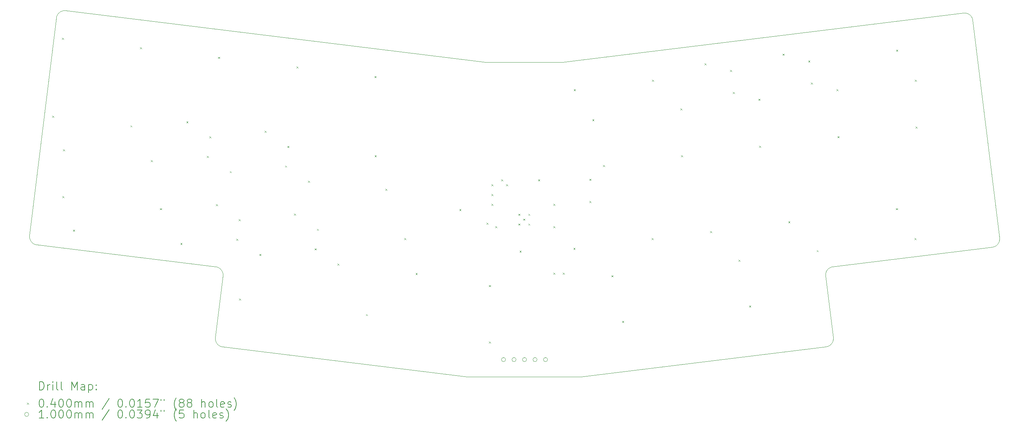
<source format=gbr>
%TF.GenerationSoftware,KiCad,Pcbnew,7.0.6*%
%TF.CreationDate,2024-02-12T15:49:10-05:00*%
%TF.ProjectId,lalettre2040-tripple-stagger-hotswap-pcb,6c616c65-7474-4726-9532-3034302d7472,rev?*%
%TF.SameCoordinates,PX1ea85bbPY7e0978f*%
%TF.FileFunction,Drillmap*%
%TF.FilePolarity,Positive*%
%FSLAX45Y45*%
G04 Gerber Fmt 4.5, Leading zero omitted, Abs format (unit mm)*
G04 Created by KiCad (PCBNEW 7.0.6) date 2024-02-12 15:49:10*
%MOMM*%
%LPD*%
G01*
G04 APERTURE LIST*
%ADD10C,0.090000*%
%ADD11C,0.200000*%
%ADD12C,0.040000*%
%ADD13C,0.100000*%
G04 APERTURE END LIST*
D10*
X4541222Y855451D02*
X4724636Y2349233D01*
X694117Y8602037D02*
X695630Y8612220D01*
X697634Y8622207D01*
X700116Y8631987D01*
X703062Y8641548D01*
X706458Y8650880D01*
X710290Y8659972D01*
X714543Y8668812D01*
X719204Y8677390D01*
X724259Y8685695D01*
X729694Y8693716D01*
X735495Y8701442D01*
X741647Y8708863D01*
X748137Y8715966D01*
X754951Y8722741D01*
X762075Y8729178D01*
X769494Y8735265D01*
X777195Y8740992D01*
X785164Y8746346D01*
X793387Y8751319D01*
X801849Y8755898D01*
X810537Y8760072D01*
X819437Y8763831D01*
X828535Y8767164D01*
X837816Y8770060D01*
X847267Y8772507D01*
X856874Y8774496D01*
X866622Y8776014D01*
X876498Y8777051D01*
X886488Y8777597D01*
X896578Y8777639D01*
X906753Y8777168D01*
X917000Y8776172D01*
X23336955Y3047585D02*
X19479722Y2573976D01*
X220517Y3103771D02*
X210333Y3105283D01*
X200346Y3107288D01*
X190567Y3109770D01*
X181005Y3112716D01*
X171674Y3116112D01*
X162582Y3119943D01*
X153742Y3124197D01*
X145164Y3128858D01*
X136858Y3133913D01*
X128837Y3139348D01*
X121111Y3145148D01*
X113691Y3151301D01*
X106588Y3157791D01*
X99812Y3164605D01*
X93376Y3171728D01*
X87289Y3179148D01*
X81562Y3186849D01*
X76207Y3194818D01*
X71235Y3203040D01*
X66656Y3211503D01*
X62482Y3220191D01*
X58722Y3229091D01*
X55389Y3238188D01*
X52494Y3247470D01*
X50046Y3256921D01*
X48058Y3266527D01*
X46540Y3276276D01*
X45502Y3286152D01*
X44957Y3296142D01*
X44914Y3306232D01*
X45385Y3316407D01*
X46381Y3326654D01*
X19305587Y2351093D02*
X19489000Y857311D01*
X46381Y3326654D02*
X694117Y8602037D01*
X12887876Y7525494D02*
X12896997Y7525603D01*
X12906112Y7525921D01*
X12915216Y7526445D01*
X12924306Y7527177D01*
X12933379Y7528117D01*
X12936399Y7528476D01*
X917000Y8776172D02*
X11086705Y7527489D01*
X4724636Y2349233D02*
X4725632Y2359480D01*
X4726103Y2369655D01*
X4726060Y2379744D01*
X4725515Y2389734D01*
X4724477Y2399610D01*
X4722959Y2409359D01*
X4720971Y2418966D01*
X4718523Y2428417D01*
X4715627Y2437698D01*
X4712295Y2446796D01*
X4708535Y2455696D01*
X4704361Y2464384D01*
X4699782Y2472846D01*
X4694810Y2481069D01*
X4689455Y2489038D01*
X4683728Y2496739D01*
X4677641Y2504158D01*
X4671205Y2511282D01*
X4664429Y2518096D01*
X4657326Y2524586D01*
X4649906Y2530738D01*
X4642180Y2536539D01*
X4634159Y2541974D01*
X4625854Y2547029D01*
X4617275Y2551690D01*
X4608435Y2555943D01*
X4599344Y2559775D01*
X4590012Y2563171D01*
X4580450Y2566117D01*
X4570671Y2568599D01*
X4560684Y2570603D01*
X4550500Y2572116D01*
X11086705Y7527489D02*
X11095855Y7526473D01*
X11105024Y7525667D01*
X11114209Y7525072D01*
X11123405Y7524689D01*
X11132609Y7524518D01*
X11135678Y7524508D01*
X10686603Y-97571D02*
X10677388Y-97472D01*
X10668179Y-97159D01*
X10658981Y-96636D01*
X10649797Y-95900D01*
X10640631Y-94953D01*
X10637580Y-94590D01*
X4715358Y632568D02*
X4705174Y634080D01*
X4695187Y636085D01*
X4685407Y638567D01*
X4675846Y641513D01*
X4666514Y644909D01*
X4657423Y648740D01*
X4648583Y652994D01*
X4640004Y657655D01*
X4631699Y662710D01*
X4623678Y668145D01*
X4615952Y673945D01*
X4608532Y680097D01*
X4601429Y686588D01*
X4594653Y693401D01*
X4588217Y700525D01*
X4582129Y707944D01*
X4576403Y715646D01*
X4571048Y723614D01*
X4566076Y731837D01*
X4561497Y740299D01*
X4557323Y748988D01*
X4553563Y757887D01*
X4550230Y766985D01*
X4547335Y776266D01*
X4544887Y785717D01*
X4542899Y795324D01*
X4541381Y805073D01*
X4540343Y814949D01*
X4539798Y824939D01*
X4539755Y835028D01*
X4540226Y845204D01*
X4541222Y855451D01*
X22863355Y8545851D02*
X23511091Y3270468D01*
X22640472Y8719986D02*
X22650719Y8720982D01*
X22660894Y8721454D01*
X22670984Y8721411D01*
X22680974Y8720866D01*
X22690850Y8719828D01*
X22700598Y8718310D01*
X22710205Y8716321D01*
X22719656Y8713874D01*
X22728938Y8710978D01*
X22738035Y8707645D01*
X22746935Y8703886D01*
X22755623Y8699712D01*
X22764086Y8695133D01*
X22772308Y8690161D01*
X22780277Y8684806D01*
X22787978Y8679079D01*
X22795398Y8672992D01*
X22802521Y8666555D01*
X22809335Y8659780D01*
X22815825Y8652677D01*
X22821978Y8645257D01*
X22827778Y8637531D01*
X22833213Y8629509D01*
X22838268Y8621204D01*
X22842929Y8612626D01*
X22847183Y8603786D01*
X22851014Y8594694D01*
X22854410Y8585362D01*
X22857356Y8575801D01*
X22859838Y8566022D01*
X22861843Y8556035D01*
X22863355Y8545851D01*
X13392368Y-92763D02*
X13383311Y-93770D01*
X13374236Y-94571D01*
X13365145Y-95165D01*
X13356043Y-95552D01*
X13346933Y-95731D01*
X13343896Y-95744D01*
X12936399Y7528476D02*
X22640472Y8719986D01*
X4550500Y2572116D02*
X220517Y3103771D01*
X19479722Y2573976D02*
X19469539Y2572464D01*
X19459552Y2570460D01*
X19449772Y2567977D01*
X19440211Y2565031D01*
X19430879Y2561635D01*
X19421788Y2557804D01*
X19412947Y2553550D01*
X19404369Y2548889D01*
X19396064Y2543834D01*
X19388043Y2538399D01*
X19380317Y2532599D01*
X19372897Y2526446D01*
X19365793Y2519956D01*
X19359018Y2513142D01*
X19352581Y2506019D01*
X19346494Y2498599D01*
X19340768Y2490898D01*
X19335413Y2482929D01*
X19330440Y2474707D01*
X19325862Y2466244D01*
X19321687Y2457556D01*
X19317928Y2448656D01*
X19314595Y2439559D01*
X19311699Y2430277D01*
X19309252Y2420826D01*
X19307263Y2411220D01*
X19305745Y2401471D01*
X19304708Y2391595D01*
X19304162Y2381605D01*
X19304120Y2371515D01*
X19304591Y2361340D01*
X19305587Y2351093D01*
X13343896Y-95744D02*
X10686603Y-97571D01*
X10637580Y-94590D02*
X4715358Y632568D01*
X19489000Y857311D02*
X19489996Y847064D01*
X19490467Y836889D01*
X19490425Y826799D01*
X19489879Y816809D01*
X19488842Y806933D01*
X19487324Y797185D01*
X19485335Y787578D01*
X19482888Y778127D01*
X19479992Y768846D01*
X19476659Y759748D01*
X19472900Y750848D01*
X19468726Y742160D01*
X19464147Y733698D01*
X19459174Y725475D01*
X19453819Y717506D01*
X19448093Y709805D01*
X19442006Y702386D01*
X19435569Y695262D01*
X19428794Y688448D01*
X19421691Y681958D01*
X19414270Y675806D01*
X19406544Y670005D01*
X19398523Y664570D01*
X19390218Y659515D01*
X19381640Y654854D01*
X19372800Y650601D01*
X19363708Y646769D01*
X19354376Y643373D01*
X19344815Y640427D01*
X19335035Y637945D01*
X19325048Y635941D01*
X19314865Y634428D01*
X23511091Y3270468D02*
X23512087Y3260221D01*
X23512558Y3250046D01*
X23512515Y3239956D01*
X23511970Y3229966D01*
X23510932Y3220090D01*
X23509414Y3210342D01*
X23507426Y3200735D01*
X23504978Y3191284D01*
X23502082Y3182003D01*
X23498750Y3172905D01*
X23494990Y3164005D01*
X23490816Y3155317D01*
X23486237Y3146855D01*
X23481265Y3138632D01*
X23475910Y3130663D01*
X23470183Y3122962D01*
X23464096Y3115543D01*
X23457660Y3108419D01*
X23450884Y3101605D01*
X23443781Y3095115D01*
X23436361Y3088963D01*
X23428635Y3083162D01*
X23420614Y3077727D01*
X23412309Y3072672D01*
X23403730Y3068011D01*
X23394890Y3063758D01*
X23385799Y3059926D01*
X23376467Y3056530D01*
X23366905Y3053584D01*
X23357126Y3051102D01*
X23347139Y3049098D01*
X23336955Y3047585D01*
X19314865Y634428D02*
X13392368Y-92763D01*
X11135678Y7524508D02*
X12887876Y7525494D01*
D11*
D12*
X598425Y6227326D02*
X638425Y6187326D01*
X638425Y6227326D02*
X598425Y6187326D01*
X830586Y8118128D02*
X870586Y8078128D01*
X870586Y8118128D02*
X830586Y8078128D01*
X838964Y4278484D02*
X878964Y4238484D01*
X878964Y4278484D02*
X838964Y4238484D01*
X858635Y5415658D02*
X898635Y5375658D01*
X898635Y5415658D02*
X858635Y5375658D01*
X1099174Y3466815D02*
X1139174Y3426815D01*
X1139174Y3466815D02*
X1099174Y3426815D01*
X2489227Y5995165D02*
X2529227Y5955165D01*
X2529227Y5995165D02*
X2489227Y5955165D01*
X2721388Y7885967D02*
X2761388Y7845967D01*
X2761388Y7885967D02*
X2721388Y7845967D01*
X2985787Y5154476D02*
X3025787Y5114476D01*
X3025787Y5154476D02*
X2985787Y5114476D01*
X3202467Y3988282D02*
X3242467Y3948282D01*
X3242467Y3988282D02*
X3202467Y3948282D01*
X3699027Y3147594D02*
X3739027Y3107594D01*
X3739027Y3147594D02*
X3699027Y3107594D01*
X3842627Y6095332D02*
X3882627Y6055332D01*
X3882627Y6095332D02*
X3842627Y6055332D01*
X4339187Y5254643D02*
X4379187Y5214643D01*
X4379187Y5254643D02*
X4339187Y5214643D01*
X4397228Y5727343D02*
X4437228Y5687343D01*
X4437228Y5727343D02*
X4397228Y5687343D01*
X4555867Y4088449D02*
X4595867Y4048449D01*
X4595867Y4088449D02*
X4555867Y4048449D01*
X4612190Y7653806D02*
X4652190Y7613806D01*
X4652190Y7653806D02*
X4612190Y7613806D01*
X4893788Y4886655D02*
X4933788Y4846655D01*
X4933788Y4886655D02*
X4893788Y4846655D01*
X5052427Y3247760D02*
X5092427Y3207760D01*
X5092427Y3247760D02*
X5052427Y3207760D01*
X5110467Y3720461D02*
X5150467Y3680461D01*
X5150467Y3720461D02*
X5110467Y3680461D01*
X5114656Y1800638D02*
X5154656Y1760638D01*
X5154656Y1800638D02*
X5114656Y1760638D01*
X5607027Y2879772D02*
X5647027Y2839772D01*
X5647027Y2879772D02*
X5607027Y2839772D01*
X5733429Y5863170D02*
X5773429Y5823170D01*
X5773429Y5863170D02*
X5733429Y5823170D01*
X6229989Y5022482D02*
X6269989Y4982482D01*
X6269989Y5022482D02*
X6229989Y4982482D01*
X6288030Y5495182D02*
X6328030Y5455182D01*
X6328030Y5495182D02*
X6288030Y5455182D01*
X6446669Y3856288D02*
X6486669Y3816288D01*
X6486669Y3856288D02*
X6446669Y3816288D01*
X6502992Y7421644D02*
X6542992Y7381644D01*
X6542992Y7421644D02*
X6502992Y7381644D01*
X6784590Y4654493D02*
X6824590Y4614493D01*
X6824590Y4654493D02*
X6784590Y4614493D01*
X6943229Y3015599D02*
X6983229Y2975599D01*
X6983229Y3015599D02*
X6943229Y2975599D01*
X7001269Y3488299D02*
X7041269Y3448299D01*
X7041269Y3488299D02*
X7001269Y3448299D01*
X7497830Y2647611D02*
X7537830Y2607611D01*
X7537830Y2647611D02*
X7497830Y2607611D01*
X8187210Y1423376D02*
X8227210Y1383376D01*
X8227210Y1423376D02*
X8187210Y1383376D01*
X8393794Y7189483D02*
X8433794Y7149483D01*
X8433794Y7189483D02*
X8393794Y7149483D01*
X8397983Y5269661D02*
X8437983Y5229661D01*
X8437983Y5269661D02*
X8397983Y5229661D01*
X8658193Y4457992D02*
X8698193Y4417992D01*
X8698193Y4457992D02*
X8658193Y4417992D01*
X9111223Y3262778D02*
X9151223Y3222778D01*
X9151223Y3262778D02*
X9111223Y3222778D01*
X9388632Y2415450D02*
X9428632Y2375450D01*
X9428632Y2415450D02*
X9388632Y2375450D01*
X10447436Y3966266D02*
X10487436Y3926266D01*
X10487436Y3966266D02*
X10447436Y3926266D01*
X11102280Y3634504D02*
X11142280Y3594504D01*
X11142280Y3634504D02*
X11102280Y3594504D01*
X11161811Y2127159D02*
X11201811Y2087159D01*
X11201811Y2127159D02*
X11161811Y2087159D01*
X11161811Y757939D02*
X11201811Y717939D01*
X11201811Y757939D02*
X11161811Y717939D01*
X11221342Y4567943D02*
X11261342Y4527943D01*
X11261342Y4567943D02*
X11221342Y4527943D01*
X11221342Y4091692D02*
X11261342Y4051692D01*
X11261342Y4091692D02*
X11221342Y4051692D01*
X11221343Y4329817D02*
X11261343Y4289817D01*
X11261343Y4329817D02*
X11221343Y4289817D01*
X11315092Y3549932D02*
X11355092Y3509932D01*
X11355092Y3549932D02*
X11315092Y3509932D01*
X11459468Y4687005D02*
X11499468Y4647005D01*
X11499468Y4687005D02*
X11459468Y4647005D01*
X11578530Y4567943D02*
X11618530Y4527943D01*
X11618530Y4567943D02*
X11578530Y4527943D01*
X11876187Y3853567D02*
X11916187Y3813567D01*
X11916187Y3853567D02*
X11876187Y3813567D01*
X11876187Y3615442D02*
X11916187Y3575442D01*
X11916187Y3615442D02*
X11876187Y3575442D01*
X11904426Y2960598D02*
X11944426Y2920598D01*
X11944426Y2960598D02*
X11904426Y2920598D01*
X11995250Y3734504D02*
X12035250Y3694504D01*
X12035250Y3734504D02*
X11995250Y3694504D01*
X12114312Y3615442D02*
X12154312Y3575442D01*
X12154312Y3615442D02*
X12114312Y3575442D01*
X12114312Y3853567D02*
X12154312Y3813567D01*
X12154312Y3853567D02*
X12114312Y3813567D01*
X12352437Y4687005D02*
X12392437Y4647005D01*
X12392437Y4687005D02*
X12352437Y4647005D01*
X12721156Y3549932D02*
X12761156Y3509932D01*
X12761156Y3549932D02*
X12721156Y3509932D01*
X12721156Y4091692D02*
X12761156Y4051692D01*
X12761156Y4091692D02*
X12721156Y4051692D01*
X12721156Y2424816D02*
X12761156Y2384816D01*
X12761156Y2424816D02*
X12721156Y2384816D01*
X12947750Y2424816D02*
X12987750Y2384816D01*
X12987750Y2424816D02*
X12947750Y2384816D01*
X13206739Y3030441D02*
X13246739Y2990441D01*
X13246739Y3030441D02*
X13206739Y2990441D01*
X13215116Y6870085D02*
X13255116Y6830085D01*
X13255116Y6870085D02*
X13215116Y6830085D01*
X13592457Y4698911D02*
X13632457Y4658911D01*
X13632457Y4698911D02*
X13592457Y4658911D01*
X13592457Y4161361D02*
X13632457Y4121361D01*
X13632457Y4161361D02*
X13592457Y4121361D01*
X13663957Y6145477D02*
X13703957Y6105477D01*
X13703957Y6145477D02*
X13663957Y6105477D01*
X13919978Y5037324D02*
X13959978Y4997324D01*
X13959978Y5037324D02*
X13919978Y4997324D01*
X14128280Y2363873D02*
X14168280Y2323873D01*
X14168280Y2363873D02*
X14128280Y2323873D01*
X14384301Y1255720D02*
X14424301Y1215720D01*
X14424301Y1255720D02*
X14384301Y1215720D01*
X15097541Y3262602D02*
X15137541Y3222602D01*
X15137541Y3262602D02*
X15097541Y3222602D01*
X15105918Y7102247D02*
X15145918Y7062247D01*
X15145918Y7102247D02*
X15105918Y7062247D01*
X15791110Y6406659D02*
X15831110Y6366659D01*
X15831110Y6406659D02*
X15791110Y6366659D01*
X15810780Y5269485D02*
X15850780Y5229485D01*
X15850780Y5269485D02*
X15810780Y5229485D01*
X16376825Y7498208D02*
X16416825Y7458208D01*
X16416825Y7498208D02*
X16376825Y7458208D01*
X16515642Y3436723D02*
X16555642Y3396723D01*
X16555642Y3436723D02*
X16515642Y3396723D01*
X16996721Y7334408D02*
X17036721Y7294408D01*
X17036721Y7334408D02*
X16996721Y7294408D01*
X17062016Y6802620D02*
X17102016Y6762620D01*
X17102016Y6802620D02*
X17062016Y6762620D01*
X17200833Y2741136D02*
X17240833Y2701136D01*
X17240833Y2741136D02*
X17200833Y2701136D01*
X17456854Y1632982D02*
X17496854Y1592982D01*
X17496854Y1632982D02*
X17456854Y1592982D01*
X17681911Y6638820D02*
X17721911Y6598820D01*
X17721911Y6638820D02*
X17681911Y6598820D01*
X17701582Y5501647D02*
X17741582Y5461647D01*
X17741582Y5501647D02*
X17701582Y5461647D01*
X18267627Y7730369D02*
X18307627Y7690369D01*
X18307627Y7730369D02*
X18267627Y7690369D01*
X18406444Y3668885D02*
X18446444Y3628885D01*
X18446444Y3668885D02*
X18406444Y3628885D01*
X18887522Y7566569D02*
X18927522Y7526569D01*
X18927522Y7566569D02*
X18887522Y7526569D01*
X18952818Y7034781D02*
X18992818Y6994781D01*
X18992818Y7034781D02*
X18952818Y6994781D01*
X19091635Y2973297D02*
X19131635Y2933297D01*
X19131635Y2973297D02*
X19091635Y2933297D01*
X19572714Y6870981D02*
X19612714Y6830981D01*
X19612714Y6870981D02*
X19572714Y6830981D01*
X19592384Y5733808D02*
X19632384Y5693808D01*
X19632384Y5733808D02*
X19592384Y5693808D01*
X21006297Y3988106D02*
X21046297Y3948106D01*
X21046297Y3988106D02*
X21006297Y3948106D01*
X21014675Y7827751D02*
X21054675Y7787751D01*
X21054675Y7827751D02*
X21014675Y7787751D01*
X21455138Y3263498D02*
X21495138Y3223498D01*
X21495138Y3263498D02*
X21455138Y3223498D01*
X21463516Y7103143D02*
X21503516Y7063143D01*
X21503516Y7103143D02*
X21463516Y7063143D01*
X21483186Y5965969D02*
X21523186Y5925969D01*
X21523186Y5965969D02*
X21483186Y5925969D01*
D13*
X11564595Y321221D02*
G75*
G03*
X11564595Y321221I-50000J0D01*
G01*
X11818595Y321221D02*
G75*
G03*
X11818595Y321221I-50000J0D01*
G01*
X12072595Y321221D02*
G75*
G03*
X12072595Y321221I-50000J0D01*
G01*
X12326595Y321221D02*
G75*
G03*
X12326595Y321221I-50000J0D01*
G01*
X12580595Y321221D02*
G75*
G03*
X12580595Y321221I-50000J0D01*
G01*
D11*
X289197Y-413566D02*
X289197Y-213566D01*
X289197Y-213566D02*
X336816Y-213566D01*
X336816Y-213566D02*
X365387Y-223090D01*
X365387Y-223090D02*
X384435Y-242138D01*
X384435Y-242138D02*
X393959Y-261185D01*
X393959Y-261185D02*
X403483Y-299281D01*
X403483Y-299281D02*
X403483Y-327852D01*
X403483Y-327852D02*
X393959Y-365947D01*
X393959Y-365947D02*
X384435Y-384995D01*
X384435Y-384995D02*
X365387Y-404043D01*
X365387Y-404043D02*
X336816Y-413566D01*
X336816Y-413566D02*
X289197Y-413566D01*
X489197Y-413566D02*
X489197Y-280233D01*
X489197Y-318328D02*
X498721Y-299281D01*
X498721Y-299281D02*
X508245Y-289757D01*
X508245Y-289757D02*
X527292Y-280233D01*
X527292Y-280233D02*
X546340Y-280233D01*
X613007Y-413566D02*
X613007Y-280233D01*
X613007Y-213566D02*
X603483Y-223090D01*
X603483Y-223090D02*
X613007Y-232614D01*
X613007Y-232614D02*
X622530Y-223090D01*
X622530Y-223090D02*
X613007Y-213566D01*
X613007Y-213566D02*
X613007Y-232614D01*
X736816Y-413566D02*
X717768Y-404043D01*
X717768Y-404043D02*
X708245Y-384995D01*
X708245Y-384995D02*
X708245Y-213566D01*
X841578Y-413566D02*
X822530Y-404043D01*
X822530Y-404043D02*
X813006Y-384995D01*
X813006Y-384995D02*
X813006Y-213566D01*
X1070149Y-413566D02*
X1070149Y-213566D01*
X1070149Y-213566D02*
X1136816Y-356423D01*
X1136816Y-356423D02*
X1203483Y-213566D01*
X1203483Y-213566D02*
X1203483Y-413566D01*
X1384435Y-413566D02*
X1384435Y-308805D01*
X1384435Y-308805D02*
X1374911Y-289757D01*
X1374911Y-289757D02*
X1355864Y-280233D01*
X1355864Y-280233D02*
X1317768Y-280233D01*
X1317768Y-280233D02*
X1298721Y-289757D01*
X1384435Y-404043D02*
X1365388Y-413566D01*
X1365388Y-413566D02*
X1317768Y-413566D01*
X1317768Y-413566D02*
X1298721Y-404043D01*
X1298721Y-404043D02*
X1289197Y-384995D01*
X1289197Y-384995D02*
X1289197Y-365947D01*
X1289197Y-365947D02*
X1298721Y-346900D01*
X1298721Y-346900D02*
X1317768Y-337376D01*
X1317768Y-337376D02*
X1365388Y-337376D01*
X1365388Y-337376D02*
X1384435Y-327852D01*
X1479673Y-280233D02*
X1479673Y-480233D01*
X1479673Y-289757D02*
X1498721Y-280233D01*
X1498721Y-280233D02*
X1536816Y-280233D01*
X1536816Y-280233D02*
X1555864Y-289757D01*
X1555864Y-289757D02*
X1565387Y-299281D01*
X1565387Y-299281D02*
X1574911Y-318328D01*
X1574911Y-318328D02*
X1574911Y-375471D01*
X1574911Y-375471D02*
X1565387Y-394519D01*
X1565387Y-394519D02*
X1555864Y-404043D01*
X1555864Y-404043D02*
X1536816Y-413566D01*
X1536816Y-413566D02*
X1498721Y-413566D01*
X1498721Y-413566D02*
X1479673Y-404043D01*
X1660626Y-394519D02*
X1670149Y-404043D01*
X1670149Y-404043D02*
X1660626Y-413566D01*
X1660626Y-413566D02*
X1651102Y-404043D01*
X1651102Y-404043D02*
X1660626Y-394519D01*
X1660626Y-394519D02*
X1660626Y-413566D01*
X1660626Y-289757D02*
X1670149Y-299281D01*
X1670149Y-299281D02*
X1660626Y-308805D01*
X1660626Y-308805D02*
X1651102Y-299281D01*
X1651102Y-299281D02*
X1660626Y-289757D01*
X1660626Y-289757D02*
X1660626Y-308805D01*
D12*
X-11580Y-722083D02*
X28420Y-762083D01*
X28420Y-722083D02*
X-11580Y-762083D01*
D11*
X327292Y-633566D02*
X346340Y-633566D01*
X346340Y-633566D02*
X365387Y-643090D01*
X365387Y-643090D02*
X374911Y-652614D01*
X374911Y-652614D02*
X384435Y-671662D01*
X384435Y-671662D02*
X393959Y-709757D01*
X393959Y-709757D02*
X393959Y-757376D01*
X393959Y-757376D02*
X384435Y-795471D01*
X384435Y-795471D02*
X374911Y-814519D01*
X374911Y-814519D02*
X365387Y-824043D01*
X365387Y-824043D02*
X346340Y-833566D01*
X346340Y-833566D02*
X327292Y-833566D01*
X327292Y-833566D02*
X308245Y-824043D01*
X308245Y-824043D02*
X298721Y-814519D01*
X298721Y-814519D02*
X289197Y-795471D01*
X289197Y-795471D02*
X279673Y-757376D01*
X279673Y-757376D02*
X279673Y-709757D01*
X279673Y-709757D02*
X289197Y-671662D01*
X289197Y-671662D02*
X298721Y-652614D01*
X298721Y-652614D02*
X308245Y-643090D01*
X308245Y-643090D02*
X327292Y-633566D01*
X479673Y-814519D02*
X489197Y-824043D01*
X489197Y-824043D02*
X479673Y-833566D01*
X479673Y-833566D02*
X470149Y-824043D01*
X470149Y-824043D02*
X479673Y-814519D01*
X479673Y-814519D02*
X479673Y-833566D01*
X660626Y-700233D02*
X660626Y-833566D01*
X613007Y-624043D02*
X565388Y-766900D01*
X565388Y-766900D02*
X689197Y-766900D01*
X803483Y-633566D02*
X822530Y-633566D01*
X822530Y-633566D02*
X841578Y-643090D01*
X841578Y-643090D02*
X851102Y-652614D01*
X851102Y-652614D02*
X860626Y-671662D01*
X860626Y-671662D02*
X870149Y-709757D01*
X870149Y-709757D02*
X870149Y-757376D01*
X870149Y-757376D02*
X860626Y-795471D01*
X860626Y-795471D02*
X851102Y-814519D01*
X851102Y-814519D02*
X841578Y-824043D01*
X841578Y-824043D02*
X822530Y-833566D01*
X822530Y-833566D02*
X803483Y-833566D01*
X803483Y-833566D02*
X784435Y-824043D01*
X784435Y-824043D02*
X774911Y-814519D01*
X774911Y-814519D02*
X765387Y-795471D01*
X765387Y-795471D02*
X755864Y-757376D01*
X755864Y-757376D02*
X755864Y-709757D01*
X755864Y-709757D02*
X765387Y-671662D01*
X765387Y-671662D02*
X774911Y-652614D01*
X774911Y-652614D02*
X784435Y-643090D01*
X784435Y-643090D02*
X803483Y-633566D01*
X993959Y-633566D02*
X1013007Y-633566D01*
X1013007Y-633566D02*
X1032054Y-643090D01*
X1032054Y-643090D02*
X1041578Y-652614D01*
X1041578Y-652614D02*
X1051102Y-671662D01*
X1051102Y-671662D02*
X1060626Y-709757D01*
X1060626Y-709757D02*
X1060626Y-757376D01*
X1060626Y-757376D02*
X1051102Y-795471D01*
X1051102Y-795471D02*
X1041578Y-814519D01*
X1041578Y-814519D02*
X1032054Y-824043D01*
X1032054Y-824043D02*
X1013007Y-833566D01*
X1013007Y-833566D02*
X993959Y-833566D01*
X993959Y-833566D02*
X974911Y-824043D01*
X974911Y-824043D02*
X965387Y-814519D01*
X965387Y-814519D02*
X955864Y-795471D01*
X955864Y-795471D02*
X946340Y-757376D01*
X946340Y-757376D02*
X946340Y-709757D01*
X946340Y-709757D02*
X955864Y-671662D01*
X955864Y-671662D02*
X965387Y-652614D01*
X965387Y-652614D02*
X974911Y-643090D01*
X974911Y-643090D02*
X993959Y-633566D01*
X1146340Y-833566D02*
X1146340Y-700233D01*
X1146340Y-719281D02*
X1155864Y-709757D01*
X1155864Y-709757D02*
X1174911Y-700233D01*
X1174911Y-700233D02*
X1203483Y-700233D01*
X1203483Y-700233D02*
X1222530Y-709757D01*
X1222530Y-709757D02*
X1232054Y-728804D01*
X1232054Y-728804D02*
X1232054Y-833566D01*
X1232054Y-728804D02*
X1241578Y-709757D01*
X1241578Y-709757D02*
X1260626Y-700233D01*
X1260626Y-700233D02*
X1289197Y-700233D01*
X1289197Y-700233D02*
X1308245Y-709757D01*
X1308245Y-709757D02*
X1317769Y-728804D01*
X1317769Y-728804D02*
X1317769Y-833566D01*
X1413007Y-833566D02*
X1413007Y-700233D01*
X1413007Y-719281D02*
X1422530Y-709757D01*
X1422530Y-709757D02*
X1441578Y-700233D01*
X1441578Y-700233D02*
X1470149Y-700233D01*
X1470149Y-700233D02*
X1489197Y-709757D01*
X1489197Y-709757D02*
X1498721Y-728804D01*
X1498721Y-728804D02*
X1498721Y-833566D01*
X1498721Y-728804D02*
X1508245Y-709757D01*
X1508245Y-709757D02*
X1527292Y-700233D01*
X1527292Y-700233D02*
X1555864Y-700233D01*
X1555864Y-700233D02*
X1574911Y-709757D01*
X1574911Y-709757D02*
X1584435Y-728804D01*
X1584435Y-728804D02*
X1584435Y-833566D01*
X1974911Y-624043D02*
X1803483Y-881185D01*
X2232054Y-633566D02*
X2251102Y-633566D01*
X2251102Y-633566D02*
X2270150Y-643090D01*
X2270150Y-643090D02*
X2279673Y-652614D01*
X2279673Y-652614D02*
X2289197Y-671662D01*
X2289197Y-671662D02*
X2298721Y-709757D01*
X2298721Y-709757D02*
X2298721Y-757376D01*
X2298721Y-757376D02*
X2289197Y-795471D01*
X2289197Y-795471D02*
X2279673Y-814519D01*
X2279673Y-814519D02*
X2270150Y-824043D01*
X2270150Y-824043D02*
X2251102Y-833566D01*
X2251102Y-833566D02*
X2232054Y-833566D01*
X2232054Y-833566D02*
X2213007Y-824043D01*
X2213007Y-824043D02*
X2203483Y-814519D01*
X2203483Y-814519D02*
X2193959Y-795471D01*
X2193959Y-795471D02*
X2184435Y-757376D01*
X2184435Y-757376D02*
X2184435Y-709757D01*
X2184435Y-709757D02*
X2193959Y-671662D01*
X2193959Y-671662D02*
X2203483Y-652614D01*
X2203483Y-652614D02*
X2213007Y-643090D01*
X2213007Y-643090D02*
X2232054Y-633566D01*
X2384435Y-814519D02*
X2393959Y-824043D01*
X2393959Y-824043D02*
X2384435Y-833566D01*
X2384435Y-833566D02*
X2374912Y-824043D01*
X2374912Y-824043D02*
X2384435Y-814519D01*
X2384435Y-814519D02*
X2384435Y-833566D01*
X2517769Y-633566D02*
X2536816Y-633566D01*
X2536816Y-633566D02*
X2555864Y-643090D01*
X2555864Y-643090D02*
X2565388Y-652614D01*
X2565388Y-652614D02*
X2574912Y-671662D01*
X2574912Y-671662D02*
X2584435Y-709757D01*
X2584435Y-709757D02*
X2584435Y-757376D01*
X2584435Y-757376D02*
X2574912Y-795471D01*
X2574912Y-795471D02*
X2565388Y-814519D01*
X2565388Y-814519D02*
X2555864Y-824043D01*
X2555864Y-824043D02*
X2536816Y-833566D01*
X2536816Y-833566D02*
X2517769Y-833566D01*
X2517769Y-833566D02*
X2498721Y-824043D01*
X2498721Y-824043D02*
X2489197Y-814519D01*
X2489197Y-814519D02*
X2479673Y-795471D01*
X2479673Y-795471D02*
X2470150Y-757376D01*
X2470150Y-757376D02*
X2470150Y-709757D01*
X2470150Y-709757D02*
X2479673Y-671662D01*
X2479673Y-671662D02*
X2489197Y-652614D01*
X2489197Y-652614D02*
X2498721Y-643090D01*
X2498721Y-643090D02*
X2517769Y-633566D01*
X2774912Y-833566D02*
X2660626Y-833566D01*
X2717769Y-833566D02*
X2717769Y-633566D01*
X2717769Y-633566D02*
X2698721Y-662138D01*
X2698721Y-662138D02*
X2679673Y-681185D01*
X2679673Y-681185D02*
X2660626Y-690709D01*
X2955864Y-633566D02*
X2860626Y-633566D01*
X2860626Y-633566D02*
X2851102Y-728804D01*
X2851102Y-728804D02*
X2860626Y-719281D01*
X2860626Y-719281D02*
X2879673Y-709757D01*
X2879673Y-709757D02*
X2927292Y-709757D01*
X2927292Y-709757D02*
X2946340Y-719281D01*
X2946340Y-719281D02*
X2955864Y-728804D01*
X2955864Y-728804D02*
X2965388Y-747852D01*
X2965388Y-747852D02*
X2965388Y-795471D01*
X2965388Y-795471D02*
X2955864Y-814519D01*
X2955864Y-814519D02*
X2946340Y-824043D01*
X2946340Y-824043D02*
X2927292Y-833566D01*
X2927292Y-833566D02*
X2879673Y-833566D01*
X2879673Y-833566D02*
X2860626Y-824043D01*
X2860626Y-824043D02*
X2851102Y-814519D01*
X3032054Y-633566D02*
X3165388Y-633566D01*
X3165388Y-633566D02*
X3079673Y-833566D01*
X3232054Y-633566D02*
X3232054Y-671662D01*
X3308245Y-633566D02*
X3308245Y-671662D01*
X3603483Y-909757D02*
X3593959Y-900233D01*
X3593959Y-900233D02*
X3574912Y-871662D01*
X3574912Y-871662D02*
X3565388Y-852614D01*
X3565388Y-852614D02*
X3555864Y-824043D01*
X3555864Y-824043D02*
X3546340Y-776423D01*
X3546340Y-776423D02*
X3546340Y-738328D01*
X3546340Y-738328D02*
X3555864Y-690709D01*
X3555864Y-690709D02*
X3565388Y-662138D01*
X3565388Y-662138D02*
X3574912Y-643090D01*
X3574912Y-643090D02*
X3593959Y-614519D01*
X3593959Y-614519D02*
X3603483Y-604995D01*
X3708245Y-719281D02*
X3689197Y-709757D01*
X3689197Y-709757D02*
X3679673Y-700233D01*
X3679673Y-700233D02*
X3670150Y-681185D01*
X3670150Y-681185D02*
X3670150Y-671662D01*
X3670150Y-671662D02*
X3679673Y-652614D01*
X3679673Y-652614D02*
X3689197Y-643090D01*
X3689197Y-643090D02*
X3708245Y-633566D01*
X3708245Y-633566D02*
X3746340Y-633566D01*
X3746340Y-633566D02*
X3765388Y-643090D01*
X3765388Y-643090D02*
X3774912Y-652614D01*
X3774912Y-652614D02*
X3784435Y-671662D01*
X3784435Y-671662D02*
X3784435Y-681185D01*
X3784435Y-681185D02*
X3774912Y-700233D01*
X3774912Y-700233D02*
X3765388Y-709757D01*
X3765388Y-709757D02*
X3746340Y-719281D01*
X3746340Y-719281D02*
X3708245Y-719281D01*
X3708245Y-719281D02*
X3689197Y-728804D01*
X3689197Y-728804D02*
X3679673Y-738328D01*
X3679673Y-738328D02*
X3670150Y-757376D01*
X3670150Y-757376D02*
X3670150Y-795471D01*
X3670150Y-795471D02*
X3679673Y-814519D01*
X3679673Y-814519D02*
X3689197Y-824043D01*
X3689197Y-824043D02*
X3708245Y-833566D01*
X3708245Y-833566D02*
X3746340Y-833566D01*
X3746340Y-833566D02*
X3765388Y-824043D01*
X3765388Y-824043D02*
X3774912Y-814519D01*
X3774912Y-814519D02*
X3784435Y-795471D01*
X3784435Y-795471D02*
X3784435Y-757376D01*
X3784435Y-757376D02*
X3774912Y-738328D01*
X3774912Y-738328D02*
X3765388Y-728804D01*
X3765388Y-728804D02*
X3746340Y-719281D01*
X3898721Y-719281D02*
X3879673Y-709757D01*
X3879673Y-709757D02*
X3870150Y-700233D01*
X3870150Y-700233D02*
X3860626Y-681185D01*
X3860626Y-681185D02*
X3860626Y-671662D01*
X3860626Y-671662D02*
X3870150Y-652614D01*
X3870150Y-652614D02*
X3879673Y-643090D01*
X3879673Y-643090D02*
X3898721Y-633566D01*
X3898721Y-633566D02*
X3936816Y-633566D01*
X3936816Y-633566D02*
X3955864Y-643090D01*
X3955864Y-643090D02*
X3965388Y-652614D01*
X3965388Y-652614D02*
X3974912Y-671662D01*
X3974912Y-671662D02*
X3974912Y-681185D01*
X3974912Y-681185D02*
X3965388Y-700233D01*
X3965388Y-700233D02*
X3955864Y-709757D01*
X3955864Y-709757D02*
X3936816Y-719281D01*
X3936816Y-719281D02*
X3898721Y-719281D01*
X3898721Y-719281D02*
X3879673Y-728804D01*
X3879673Y-728804D02*
X3870150Y-738328D01*
X3870150Y-738328D02*
X3860626Y-757376D01*
X3860626Y-757376D02*
X3860626Y-795471D01*
X3860626Y-795471D02*
X3870150Y-814519D01*
X3870150Y-814519D02*
X3879673Y-824043D01*
X3879673Y-824043D02*
X3898721Y-833566D01*
X3898721Y-833566D02*
X3936816Y-833566D01*
X3936816Y-833566D02*
X3955864Y-824043D01*
X3955864Y-824043D02*
X3965388Y-814519D01*
X3965388Y-814519D02*
X3974912Y-795471D01*
X3974912Y-795471D02*
X3974912Y-757376D01*
X3974912Y-757376D02*
X3965388Y-738328D01*
X3965388Y-738328D02*
X3955864Y-728804D01*
X3955864Y-728804D02*
X3936816Y-719281D01*
X4213007Y-833566D02*
X4213007Y-633566D01*
X4298721Y-833566D02*
X4298721Y-728804D01*
X4298721Y-728804D02*
X4289197Y-709757D01*
X4289197Y-709757D02*
X4270150Y-700233D01*
X4270150Y-700233D02*
X4241578Y-700233D01*
X4241578Y-700233D02*
X4222531Y-709757D01*
X4222531Y-709757D02*
X4213007Y-719281D01*
X4422531Y-833566D02*
X4403483Y-824043D01*
X4403483Y-824043D02*
X4393959Y-814519D01*
X4393959Y-814519D02*
X4384436Y-795471D01*
X4384436Y-795471D02*
X4384436Y-738328D01*
X4384436Y-738328D02*
X4393959Y-719281D01*
X4393959Y-719281D02*
X4403483Y-709757D01*
X4403483Y-709757D02*
X4422531Y-700233D01*
X4422531Y-700233D02*
X4451102Y-700233D01*
X4451102Y-700233D02*
X4470150Y-709757D01*
X4470150Y-709757D02*
X4479674Y-719281D01*
X4479674Y-719281D02*
X4489197Y-738328D01*
X4489197Y-738328D02*
X4489197Y-795471D01*
X4489197Y-795471D02*
X4479674Y-814519D01*
X4479674Y-814519D02*
X4470150Y-824043D01*
X4470150Y-824043D02*
X4451102Y-833566D01*
X4451102Y-833566D02*
X4422531Y-833566D01*
X4603483Y-833566D02*
X4584436Y-824043D01*
X4584436Y-824043D02*
X4574912Y-804995D01*
X4574912Y-804995D02*
X4574912Y-633566D01*
X4755864Y-824043D02*
X4736817Y-833566D01*
X4736817Y-833566D02*
X4698721Y-833566D01*
X4698721Y-833566D02*
X4679674Y-824043D01*
X4679674Y-824043D02*
X4670150Y-804995D01*
X4670150Y-804995D02*
X4670150Y-728804D01*
X4670150Y-728804D02*
X4679674Y-709757D01*
X4679674Y-709757D02*
X4698721Y-700233D01*
X4698721Y-700233D02*
X4736817Y-700233D01*
X4736817Y-700233D02*
X4755864Y-709757D01*
X4755864Y-709757D02*
X4765388Y-728804D01*
X4765388Y-728804D02*
X4765388Y-747852D01*
X4765388Y-747852D02*
X4670150Y-766900D01*
X4841578Y-824043D02*
X4860626Y-833566D01*
X4860626Y-833566D02*
X4898721Y-833566D01*
X4898721Y-833566D02*
X4917769Y-824043D01*
X4917769Y-824043D02*
X4927293Y-804995D01*
X4927293Y-804995D02*
X4927293Y-795471D01*
X4927293Y-795471D02*
X4917769Y-776423D01*
X4917769Y-776423D02*
X4898721Y-766900D01*
X4898721Y-766900D02*
X4870150Y-766900D01*
X4870150Y-766900D02*
X4851102Y-757376D01*
X4851102Y-757376D02*
X4841578Y-738328D01*
X4841578Y-738328D02*
X4841578Y-728804D01*
X4841578Y-728804D02*
X4851102Y-709757D01*
X4851102Y-709757D02*
X4870150Y-700233D01*
X4870150Y-700233D02*
X4898721Y-700233D01*
X4898721Y-700233D02*
X4917769Y-709757D01*
X4993959Y-909757D02*
X5003483Y-900233D01*
X5003483Y-900233D02*
X5022531Y-871662D01*
X5022531Y-871662D02*
X5032055Y-852614D01*
X5032055Y-852614D02*
X5041578Y-824043D01*
X5041578Y-824043D02*
X5051102Y-776423D01*
X5051102Y-776423D02*
X5051102Y-738328D01*
X5051102Y-738328D02*
X5041578Y-690709D01*
X5041578Y-690709D02*
X5032055Y-662138D01*
X5032055Y-662138D02*
X5022531Y-643090D01*
X5022531Y-643090D02*
X5003483Y-614519D01*
X5003483Y-614519D02*
X4993959Y-604995D01*
D13*
X28420Y-1006083D02*
G75*
G03*
X28420Y-1006083I-50000J0D01*
G01*
D11*
X393959Y-1097566D02*
X279673Y-1097566D01*
X336816Y-1097566D02*
X336816Y-897566D01*
X336816Y-897566D02*
X317768Y-926138D01*
X317768Y-926138D02*
X298721Y-945185D01*
X298721Y-945185D02*
X279673Y-954709D01*
X479673Y-1078519D02*
X489197Y-1088043D01*
X489197Y-1088043D02*
X479673Y-1097566D01*
X479673Y-1097566D02*
X470149Y-1088043D01*
X470149Y-1088043D02*
X479673Y-1078519D01*
X479673Y-1078519D02*
X479673Y-1097566D01*
X613007Y-897566D02*
X632054Y-897566D01*
X632054Y-897566D02*
X651102Y-907090D01*
X651102Y-907090D02*
X660626Y-916614D01*
X660626Y-916614D02*
X670149Y-935662D01*
X670149Y-935662D02*
X679673Y-973757D01*
X679673Y-973757D02*
X679673Y-1021376D01*
X679673Y-1021376D02*
X670149Y-1059471D01*
X670149Y-1059471D02*
X660626Y-1078519D01*
X660626Y-1078519D02*
X651102Y-1088043D01*
X651102Y-1088043D02*
X632054Y-1097566D01*
X632054Y-1097566D02*
X613007Y-1097566D01*
X613007Y-1097566D02*
X593959Y-1088043D01*
X593959Y-1088043D02*
X584435Y-1078519D01*
X584435Y-1078519D02*
X574911Y-1059471D01*
X574911Y-1059471D02*
X565388Y-1021376D01*
X565388Y-1021376D02*
X565388Y-973757D01*
X565388Y-973757D02*
X574911Y-935662D01*
X574911Y-935662D02*
X584435Y-916614D01*
X584435Y-916614D02*
X593959Y-907090D01*
X593959Y-907090D02*
X613007Y-897566D01*
X803483Y-897566D02*
X822530Y-897566D01*
X822530Y-897566D02*
X841578Y-907090D01*
X841578Y-907090D02*
X851102Y-916614D01*
X851102Y-916614D02*
X860626Y-935662D01*
X860626Y-935662D02*
X870149Y-973757D01*
X870149Y-973757D02*
X870149Y-1021376D01*
X870149Y-1021376D02*
X860626Y-1059471D01*
X860626Y-1059471D02*
X851102Y-1078519D01*
X851102Y-1078519D02*
X841578Y-1088043D01*
X841578Y-1088043D02*
X822530Y-1097566D01*
X822530Y-1097566D02*
X803483Y-1097566D01*
X803483Y-1097566D02*
X784435Y-1088043D01*
X784435Y-1088043D02*
X774911Y-1078519D01*
X774911Y-1078519D02*
X765387Y-1059471D01*
X765387Y-1059471D02*
X755864Y-1021376D01*
X755864Y-1021376D02*
X755864Y-973757D01*
X755864Y-973757D02*
X765387Y-935662D01*
X765387Y-935662D02*
X774911Y-916614D01*
X774911Y-916614D02*
X784435Y-907090D01*
X784435Y-907090D02*
X803483Y-897566D01*
X993959Y-897566D02*
X1013007Y-897566D01*
X1013007Y-897566D02*
X1032054Y-907090D01*
X1032054Y-907090D02*
X1041578Y-916614D01*
X1041578Y-916614D02*
X1051102Y-935662D01*
X1051102Y-935662D02*
X1060626Y-973757D01*
X1060626Y-973757D02*
X1060626Y-1021376D01*
X1060626Y-1021376D02*
X1051102Y-1059471D01*
X1051102Y-1059471D02*
X1041578Y-1078519D01*
X1041578Y-1078519D02*
X1032054Y-1088043D01*
X1032054Y-1088043D02*
X1013007Y-1097566D01*
X1013007Y-1097566D02*
X993959Y-1097566D01*
X993959Y-1097566D02*
X974911Y-1088043D01*
X974911Y-1088043D02*
X965387Y-1078519D01*
X965387Y-1078519D02*
X955864Y-1059471D01*
X955864Y-1059471D02*
X946340Y-1021376D01*
X946340Y-1021376D02*
X946340Y-973757D01*
X946340Y-973757D02*
X955864Y-935662D01*
X955864Y-935662D02*
X965387Y-916614D01*
X965387Y-916614D02*
X974911Y-907090D01*
X974911Y-907090D02*
X993959Y-897566D01*
X1146340Y-1097566D02*
X1146340Y-964233D01*
X1146340Y-983281D02*
X1155864Y-973757D01*
X1155864Y-973757D02*
X1174911Y-964233D01*
X1174911Y-964233D02*
X1203483Y-964233D01*
X1203483Y-964233D02*
X1222530Y-973757D01*
X1222530Y-973757D02*
X1232054Y-992804D01*
X1232054Y-992804D02*
X1232054Y-1097566D01*
X1232054Y-992804D02*
X1241578Y-973757D01*
X1241578Y-973757D02*
X1260626Y-964233D01*
X1260626Y-964233D02*
X1289197Y-964233D01*
X1289197Y-964233D02*
X1308245Y-973757D01*
X1308245Y-973757D02*
X1317769Y-992804D01*
X1317769Y-992804D02*
X1317769Y-1097566D01*
X1413007Y-1097566D02*
X1413007Y-964233D01*
X1413007Y-983281D02*
X1422530Y-973757D01*
X1422530Y-973757D02*
X1441578Y-964233D01*
X1441578Y-964233D02*
X1470149Y-964233D01*
X1470149Y-964233D02*
X1489197Y-973757D01*
X1489197Y-973757D02*
X1498721Y-992804D01*
X1498721Y-992804D02*
X1498721Y-1097566D01*
X1498721Y-992804D02*
X1508245Y-973757D01*
X1508245Y-973757D02*
X1527292Y-964233D01*
X1527292Y-964233D02*
X1555864Y-964233D01*
X1555864Y-964233D02*
X1574911Y-973757D01*
X1574911Y-973757D02*
X1584435Y-992804D01*
X1584435Y-992804D02*
X1584435Y-1097566D01*
X1974911Y-888043D02*
X1803483Y-1145185D01*
X2232054Y-897566D02*
X2251102Y-897566D01*
X2251102Y-897566D02*
X2270150Y-907090D01*
X2270150Y-907090D02*
X2279673Y-916614D01*
X2279673Y-916614D02*
X2289197Y-935662D01*
X2289197Y-935662D02*
X2298721Y-973757D01*
X2298721Y-973757D02*
X2298721Y-1021376D01*
X2298721Y-1021376D02*
X2289197Y-1059471D01*
X2289197Y-1059471D02*
X2279673Y-1078519D01*
X2279673Y-1078519D02*
X2270150Y-1088043D01*
X2270150Y-1088043D02*
X2251102Y-1097566D01*
X2251102Y-1097566D02*
X2232054Y-1097566D01*
X2232054Y-1097566D02*
X2213007Y-1088043D01*
X2213007Y-1088043D02*
X2203483Y-1078519D01*
X2203483Y-1078519D02*
X2193959Y-1059471D01*
X2193959Y-1059471D02*
X2184435Y-1021376D01*
X2184435Y-1021376D02*
X2184435Y-973757D01*
X2184435Y-973757D02*
X2193959Y-935662D01*
X2193959Y-935662D02*
X2203483Y-916614D01*
X2203483Y-916614D02*
X2213007Y-907090D01*
X2213007Y-907090D02*
X2232054Y-897566D01*
X2384435Y-1078519D02*
X2393959Y-1088043D01*
X2393959Y-1088043D02*
X2384435Y-1097566D01*
X2384435Y-1097566D02*
X2374912Y-1088043D01*
X2374912Y-1088043D02*
X2384435Y-1078519D01*
X2384435Y-1078519D02*
X2384435Y-1097566D01*
X2517769Y-897566D02*
X2536816Y-897566D01*
X2536816Y-897566D02*
X2555864Y-907090D01*
X2555864Y-907090D02*
X2565388Y-916614D01*
X2565388Y-916614D02*
X2574912Y-935662D01*
X2574912Y-935662D02*
X2584435Y-973757D01*
X2584435Y-973757D02*
X2584435Y-1021376D01*
X2584435Y-1021376D02*
X2574912Y-1059471D01*
X2574912Y-1059471D02*
X2565388Y-1078519D01*
X2565388Y-1078519D02*
X2555864Y-1088043D01*
X2555864Y-1088043D02*
X2536816Y-1097566D01*
X2536816Y-1097566D02*
X2517769Y-1097566D01*
X2517769Y-1097566D02*
X2498721Y-1088043D01*
X2498721Y-1088043D02*
X2489197Y-1078519D01*
X2489197Y-1078519D02*
X2479673Y-1059471D01*
X2479673Y-1059471D02*
X2470150Y-1021376D01*
X2470150Y-1021376D02*
X2470150Y-973757D01*
X2470150Y-973757D02*
X2479673Y-935662D01*
X2479673Y-935662D02*
X2489197Y-916614D01*
X2489197Y-916614D02*
X2498721Y-907090D01*
X2498721Y-907090D02*
X2517769Y-897566D01*
X2651102Y-897566D02*
X2774912Y-897566D01*
X2774912Y-897566D02*
X2708245Y-973757D01*
X2708245Y-973757D02*
X2736816Y-973757D01*
X2736816Y-973757D02*
X2755864Y-983281D01*
X2755864Y-983281D02*
X2765388Y-992804D01*
X2765388Y-992804D02*
X2774912Y-1011852D01*
X2774912Y-1011852D02*
X2774912Y-1059471D01*
X2774912Y-1059471D02*
X2765388Y-1078519D01*
X2765388Y-1078519D02*
X2755864Y-1088043D01*
X2755864Y-1088043D02*
X2736816Y-1097566D01*
X2736816Y-1097566D02*
X2679673Y-1097566D01*
X2679673Y-1097566D02*
X2660626Y-1088043D01*
X2660626Y-1088043D02*
X2651102Y-1078519D01*
X2870150Y-1097566D02*
X2908245Y-1097566D01*
X2908245Y-1097566D02*
X2927292Y-1088043D01*
X2927292Y-1088043D02*
X2936816Y-1078519D01*
X2936816Y-1078519D02*
X2955864Y-1049947D01*
X2955864Y-1049947D02*
X2965388Y-1011852D01*
X2965388Y-1011852D02*
X2965388Y-935662D01*
X2965388Y-935662D02*
X2955864Y-916614D01*
X2955864Y-916614D02*
X2946340Y-907090D01*
X2946340Y-907090D02*
X2927292Y-897566D01*
X2927292Y-897566D02*
X2889197Y-897566D01*
X2889197Y-897566D02*
X2870150Y-907090D01*
X2870150Y-907090D02*
X2860626Y-916614D01*
X2860626Y-916614D02*
X2851102Y-935662D01*
X2851102Y-935662D02*
X2851102Y-983281D01*
X2851102Y-983281D02*
X2860626Y-1002328D01*
X2860626Y-1002328D02*
X2870150Y-1011852D01*
X2870150Y-1011852D02*
X2889197Y-1021376D01*
X2889197Y-1021376D02*
X2927292Y-1021376D01*
X2927292Y-1021376D02*
X2946340Y-1011852D01*
X2946340Y-1011852D02*
X2955864Y-1002328D01*
X2955864Y-1002328D02*
X2965388Y-983281D01*
X3136816Y-964233D02*
X3136816Y-1097566D01*
X3089197Y-888043D02*
X3041578Y-1030900D01*
X3041578Y-1030900D02*
X3165388Y-1030900D01*
X3232054Y-897566D02*
X3232054Y-935662D01*
X3308245Y-897566D02*
X3308245Y-935662D01*
X3603483Y-1173757D02*
X3593959Y-1164233D01*
X3593959Y-1164233D02*
X3574912Y-1135662D01*
X3574912Y-1135662D02*
X3565388Y-1116614D01*
X3565388Y-1116614D02*
X3555864Y-1088043D01*
X3555864Y-1088043D02*
X3546340Y-1040423D01*
X3546340Y-1040423D02*
X3546340Y-1002328D01*
X3546340Y-1002328D02*
X3555864Y-954709D01*
X3555864Y-954709D02*
X3565388Y-926138D01*
X3565388Y-926138D02*
X3574912Y-907090D01*
X3574912Y-907090D02*
X3593959Y-878519D01*
X3593959Y-878519D02*
X3603483Y-868995D01*
X3774912Y-897566D02*
X3679673Y-897566D01*
X3679673Y-897566D02*
X3670150Y-992804D01*
X3670150Y-992804D02*
X3679673Y-983281D01*
X3679673Y-983281D02*
X3698721Y-973757D01*
X3698721Y-973757D02*
X3746340Y-973757D01*
X3746340Y-973757D02*
X3765388Y-983281D01*
X3765388Y-983281D02*
X3774912Y-992804D01*
X3774912Y-992804D02*
X3784435Y-1011852D01*
X3784435Y-1011852D02*
X3784435Y-1059471D01*
X3784435Y-1059471D02*
X3774912Y-1078519D01*
X3774912Y-1078519D02*
X3765388Y-1088043D01*
X3765388Y-1088043D02*
X3746340Y-1097566D01*
X3746340Y-1097566D02*
X3698721Y-1097566D01*
X3698721Y-1097566D02*
X3679673Y-1088043D01*
X3679673Y-1088043D02*
X3670150Y-1078519D01*
X4022531Y-1097566D02*
X4022531Y-897566D01*
X4108245Y-1097566D02*
X4108245Y-992804D01*
X4108245Y-992804D02*
X4098721Y-973757D01*
X4098721Y-973757D02*
X4079674Y-964233D01*
X4079674Y-964233D02*
X4051102Y-964233D01*
X4051102Y-964233D02*
X4032054Y-973757D01*
X4032054Y-973757D02*
X4022531Y-983281D01*
X4232055Y-1097566D02*
X4213007Y-1088043D01*
X4213007Y-1088043D02*
X4203483Y-1078519D01*
X4203483Y-1078519D02*
X4193959Y-1059471D01*
X4193959Y-1059471D02*
X4193959Y-1002328D01*
X4193959Y-1002328D02*
X4203483Y-983281D01*
X4203483Y-983281D02*
X4213007Y-973757D01*
X4213007Y-973757D02*
X4232055Y-964233D01*
X4232055Y-964233D02*
X4260626Y-964233D01*
X4260626Y-964233D02*
X4279674Y-973757D01*
X4279674Y-973757D02*
X4289197Y-983281D01*
X4289197Y-983281D02*
X4298721Y-1002328D01*
X4298721Y-1002328D02*
X4298721Y-1059471D01*
X4298721Y-1059471D02*
X4289197Y-1078519D01*
X4289197Y-1078519D02*
X4279674Y-1088043D01*
X4279674Y-1088043D02*
X4260626Y-1097566D01*
X4260626Y-1097566D02*
X4232055Y-1097566D01*
X4413007Y-1097566D02*
X4393959Y-1088043D01*
X4393959Y-1088043D02*
X4384436Y-1068995D01*
X4384436Y-1068995D02*
X4384436Y-897566D01*
X4565388Y-1088043D02*
X4546340Y-1097566D01*
X4546340Y-1097566D02*
X4508245Y-1097566D01*
X4508245Y-1097566D02*
X4489197Y-1088043D01*
X4489197Y-1088043D02*
X4479674Y-1068995D01*
X4479674Y-1068995D02*
X4479674Y-992804D01*
X4479674Y-992804D02*
X4489197Y-973757D01*
X4489197Y-973757D02*
X4508245Y-964233D01*
X4508245Y-964233D02*
X4546340Y-964233D01*
X4546340Y-964233D02*
X4565388Y-973757D01*
X4565388Y-973757D02*
X4574912Y-992804D01*
X4574912Y-992804D02*
X4574912Y-1011852D01*
X4574912Y-1011852D02*
X4479674Y-1030900D01*
X4651102Y-1088043D02*
X4670150Y-1097566D01*
X4670150Y-1097566D02*
X4708245Y-1097566D01*
X4708245Y-1097566D02*
X4727293Y-1088043D01*
X4727293Y-1088043D02*
X4736817Y-1068995D01*
X4736817Y-1068995D02*
X4736817Y-1059471D01*
X4736817Y-1059471D02*
X4727293Y-1040423D01*
X4727293Y-1040423D02*
X4708245Y-1030900D01*
X4708245Y-1030900D02*
X4679674Y-1030900D01*
X4679674Y-1030900D02*
X4660626Y-1021376D01*
X4660626Y-1021376D02*
X4651102Y-1002328D01*
X4651102Y-1002328D02*
X4651102Y-992804D01*
X4651102Y-992804D02*
X4660626Y-973757D01*
X4660626Y-973757D02*
X4679674Y-964233D01*
X4679674Y-964233D02*
X4708245Y-964233D01*
X4708245Y-964233D02*
X4727293Y-973757D01*
X4803483Y-1173757D02*
X4813007Y-1164233D01*
X4813007Y-1164233D02*
X4832055Y-1135662D01*
X4832055Y-1135662D02*
X4841578Y-1116614D01*
X4841578Y-1116614D02*
X4851102Y-1088043D01*
X4851102Y-1088043D02*
X4860626Y-1040423D01*
X4860626Y-1040423D02*
X4860626Y-1002328D01*
X4860626Y-1002328D02*
X4851102Y-954709D01*
X4851102Y-954709D02*
X4841578Y-926138D01*
X4841578Y-926138D02*
X4832055Y-907090D01*
X4832055Y-907090D02*
X4813007Y-878519D01*
X4813007Y-878519D02*
X4803483Y-868995D01*
M02*

</source>
